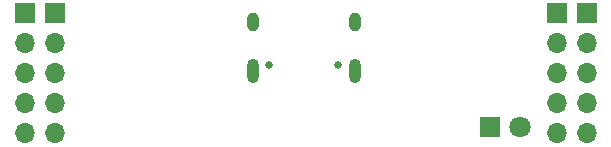
<source format=gbr>
%TF.GenerationSoftware,KiCad,Pcbnew,6.0.5-a6ca702e91~116~ubuntu22.04.1*%
%TF.CreationDate,2022-06-10T16:27:17-05:00*%
%TF.ProjectId,breadboard_psu_v1,62726561-6462-46f6-9172-645f7073755f,rev?*%
%TF.SameCoordinates,Original*%
%TF.FileFunction,Soldermask,Bot*%
%TF.FilePolarity,Negative*%
%FSLAX46Y46*%
G04 Gerber Fmt 4.6, Leading zero omitted, Abs format (unit mm)*
G04 Created by KiCad (PCBNEW 6.0.5-a6ca702e91~116~ubuntu22.04.1) date 2022-06-10 16:27:17*
%MOMM*%
%LPD*%
G01*
G04 APERTURE LIST*
%ADD10R,1.800000X1.800000*%
%ADD11C,1.800000*%
%ADD12R,1.700000X1.700000*%
%ADD13O,1.700000X1.700000*%
%ADD14C,0.650000*%
%ADD15O,1.000000X1.600000*%
%ADD16O,1.000000X2.100000*%
G04 APERTURE END LIST*
D10*
%TO.C,D1*%
X143510000Y-88392000D03*
D11*
X146050000Y-88392000D03*
%TD*%
D12*
%TO.C,J5*%
X151740000Y-78740000D03*
D13*
X151740000Y-81280000D03*
X151740000Y-83820000D03*
X151740000Y-86360000D03*
X151740000Y-88900000D03*
%TD*%
D12*
%TO.C,J2*%
X104140000Y-78740000D03*
D13*
X104140000Y-81280000D03*
X104140000Y-83820000D03*
X104140000Y-86360000D03*
X104140000Y-88900000D03*
%TD*%
D12*
%TO.C,J4*%
X149200000Y-78740000D03*
D13*
X149200000Y-81280000D03*
X149200000Y-83820000D03*
X149200000Y-86360000D03*
X149200000Y-88900000D03*
%TD*%
D12*
%TO.C,J3*%
X106680000Y-78740000D03*
D13*
X106680000Y-81280000D03*
X106680000Y-83820000D03*
X106680000Y-86360000D03*
X106680000Y-88900000D03*
%TD*%
D14*
%TO.C,J1*%
X124872000Y-83118000D03*
X130652000Y-83118000D03*
D15*
X132082000Y-79468000D03*
D16*
X132082000Y-83648000D03*
D15*
X123442000Y-79468000D03*
D16*
X123442000Y-83648000D03*
%TD*%
M02*

</source>
